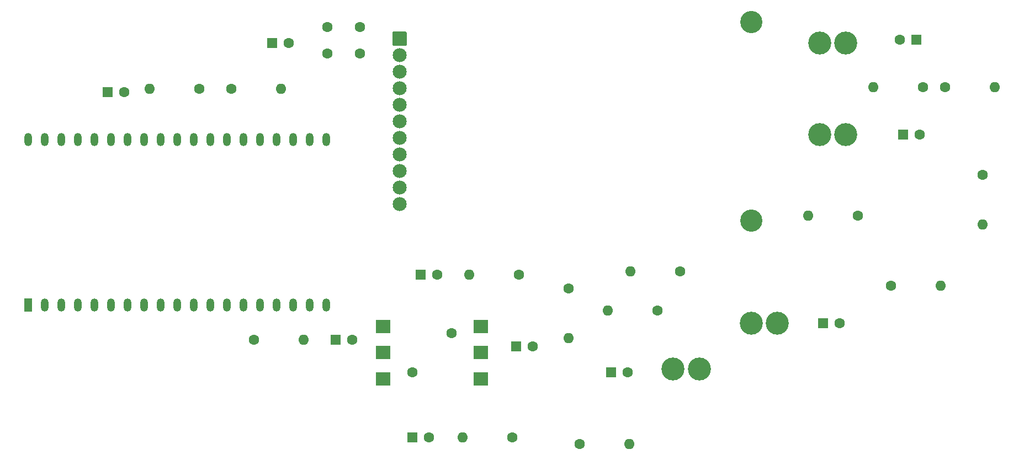
<source format=gbr>
%TF.GenerationSoftware,KiCad,Pcbnew,8.0.6*%
%TF.CreationDate,2025-08-25T15:55:59+12:00*%
%TF.ProjectId,ByteBoyV2,42797465-426f-4795-9632-2e6b69636164,v2*%
%TF.SameCoordinates,Original*%
%TF.FileFunction,Soldermask,Top*%
%TF.FilePolarity,Negative*%
%FSLAX46Y46*%
G04 Gerber Fmt 4.6, Leading zero omitted, Abs format (unit mm)*
G04 Created by KiCad (PCBNEW 8.0.6) date 2025-08-25 15:55:59*
%MOMM*%
%LPD*%
G01*
G04 APERTURE LIST*
G04 Aperture macros list*
%AMRoundRect*
0 Rectangle with rounded corners*
0 $1 Rounding radius*
0 $2 $3 $4 $5 $6 $7 $8 $9 X,Y pos of 4 corners*
0 Add a 4 corners polygon primitive as box body*
4,1,4,$2,$3,$4,$5,$6,$7,$8,$9,$2,$3,0*
0 Add four circle primitives for the rounded corners*
1,1,$1+$1,$2,$3*
1,1,$1+$1,$4,$5*
1,1,$1+$1,$6,$7*
1,1,$1+$1,$8,$9*
0 Add four rect primitives between the rounded corners*
20,1,$1+$1,$2,$3,$4,$5,0*
20,1,$1+$1,$4,$5,$6,$7,0*
20,1,$1+$1,$6,$7,$8,$9,0*
20,1,$1+$1,$8,$9,$2,$3,0*%
G04 Aperture macros list end*
%ADD10O,1.200000X2.000000*%
%ADD11R,1.200000X2.000000*%
%ADD12RoundRect,0.102000X1.000000X0.950000X-1.000000X0.950000X-1.000000X-0.950000X1.000000X-0.950000X0*%
%ADD13C,1.600000*%
%ADD14C,3.524000*%
%ADD15O,1.600000X1.600000*%
%ADD16RoundRect,0.102000X-0.965200X0.965200X-0.965200X-0.965200X0.965200X-0.965200X0.965200X0.965200X0*%
%ADD17C,2.134400*%
%ADD18C,3.404000*%
%ADD19RoundRect,0.102000X-0.700000X-0.700000X0.700000X-0.700000X0.700000X0.700000X-0.700000X0.700000X0*%
%ADD20C,1.604000*%
%ADD21RoundRect,0.102000X0.700000X0.700000X-0.700000X0.700000X-0.700000X-0.700000X0.700000X-0.700000X0*%
G04 APERTURE END LIST*
D10*
%TO.C,U2*%
X85596560Y-75300000D03*
X88136560Y-75300000D03*
X90676560Y-75300000D03*
X93216560Y-75300000D03*
X95756560Y-75300000D03*
X98296560Y-75300000D03*
X100836560Y-75300000D03*
X103376560Y-75300000D03*
X105916560Y-75300000D03*
X108456560Y-75300000D03*
X110996560Y-75300000D03*
X113536560Y-75300000D03*
X116076560Y-75300000D03*
X118616560Y-75300000D03*
X121156560Y-75300000D03*
X123696560Y-75300000D03*
X126236560Y-75300000D03*
X128773840Y-75303680D03*
X131313840Y-75303680D03*
X131316560Y-100700000D03*
X128776560Y-100700000D03*
X126236560Y-100700000D03*
X123696560Y-100700000D03*
X121156560Y-100700000D03*
X118616560Y-100700000D03*
X116076560Y-100700000D03*
X113536560Y-100700000D03*
X110996560Y-100700000D03*
X108456560Y-100700000D03*
X105916560Y-100700000D03*
X103376560Y-100700000D03*
X100836560Y-100700000D03*
X98296560Y-100700000D03*
X95756560Y-100700000D03*
X93216560Y-100700000D03*
X90676560Y-100700000D03*
X88136560Y-100700000D03*
D11*
X85596560Y-100700000D03*
%TD*%
D12*
%TO.C,Joystick*%
X155000000Y-112000000D03*
X155000000Y-108000000D03*
X155000000Y-104000000D03*
X140000000Y-112000000D03*
X140000000Y-108000000D03*
X140000000Y-104000000D03*
D13*
X144500000Y-111000000D03*
X150500000Y-105000000D03*
%TD*%
D14*
%TO.C,Select_Button*%
X207000000Y-74500000D03*
X211000000Y-74500000D03*
%TD*%
%TO.C,Start_Button*%
X207000000Y-60500000D03*
X211000000Y-60500000D03*
%TD*%
%TO.C,B_Button*%
X184500000Y-110500000D03*
X188500000Y-110500000D03*
%TD*%
%TO.C,A_Button*%
X196500000Y-103500000D03*
X200500000Y-103500000D03*
%TD*%
D15*
%TO.C,R14*%
X124310000Y-67500000D03*
D13*
X116690000Y-67500000D03*
%TD*%
%TO.C,R13*%
X212810000Y-87000000D03*
D15*
X205190000Y-87000000D03*
%TD*%
D13*
%TO.C,R12*%
X182060000Y-101500000D03*
D15*
X174440000Y-101500000D03*
%TD*%
D13*
%TO.C,R11*%
X222810000Y-67250000D03*
D15*
X215190000Y-67250000D03*
%TD*%
D13*
%TO.C,R10*%
X185560000Y-95500000D03*
D15*
X177940000Y-95500000D03*
%TD*%
D13*
%TO.C,R9*%
X111810000Y-67500000D03*
D15*
X104190000Y-67500000D03*
%TD*%
D13*
%TO.C,R8*%
X159810000Y-121000000D03*
D15*
X152190000Y-121000000D03*
%TD*%
D13*
%TO.C,R7*%
X160810000Y-96000000D03*
D15*
X153190000Y-96000000D03*
%TD*%
D13*
%TO.C,R6*%
X120190000Y-106000000D03*
D15*
X127810000Y-106000000D03*
%TD*%
%TO.C,R5*%
X168500000Y-105810000D03*
D13*
X168500000Y-98190000D03*
%TD*%
%TO.C,R4*%
X232000000Y-80690000D03*
D15*
X232000000Y-88310000D03*
%TD*%
D13*
%TO.C,R3*%
X217940000Y-97750000D03*
D15*
X225560000Y-97750000D03*
%TD*%
D13*
%TO.C,R2*%
X226190000Y-67250000D03*
D15*
X233810000Y-67250000D03*
%TD*%
D13*
%TO.C,R1*%
X170190000Y-122000000D03*
D15*
X177810000Y-122000000D03*
%TD*%
D16*
%TO.C,Display*%
X142512500Y-59800000D03*
D17*
X142512500Y-62340000D03*
X142512500Y-64880000D03*
X142512500Y-67420000D03*
X142512500Y-69960000D03*
X142512500Y-72500000D03*
X142512500Y-75040000D03*
X142512500Y-77580000D03*
X142512500Y-80120000D03*
X142512500Y-82660000D03*
X142512500Y-85200000D03*
D18*
X196487500Y-57260000D03*
X196487500Y-87740000D03*
%TD*%
D19*
%TO.C,D10*%
X207460000Y-103500000D03*
D20*
X210000000Y-103500000D03*
%TD*%
D19*
%TO.C,D9*%
X219730000Y-74500000D03*
D20*
X222270000Y-74500000D03*
%TD*%
D21*
%TO.C,D8*%
X221770000Y-60000000D03*
D20*
X219230000Y-60000000D03*
%TD*%
D19*
%TO.C,D7*%
X175000000Y-111000000D03*
D20*
X177540000Y-111000000D03*
%TD*%
D19*
%TO.C,D6*%
X122960000Y-60500000D03*
D20*
X125500000Y-60500000D03*
%TD*%
D19*
%TO.C,D5*%
X97730000Y-68000000D03*
D20*
X100270000Y-68000000D03*
%TD*%
D19*
%TO.C,D4*%
X144460000Y-121000000D03*
D20*
X147000000Y-121000000D03*
%TD*%
%TO.C,D3*%
X135270000Y-106000000D03*
D19*
X132730000Y-106000000D03*
%TD*%
%TO.C,D2*%
X145730000Y-96000000D03*
D20*
X148270000Y-96000000D03*
%TD*%
%TO.C,D1*%
X163000000Y-107000000D03*
D19*
X160460000Y-107000000D03*
%TD*%
D13*
%TO.C,C2*%
X131500000Y-62050000D03*
X136500000Y-62050000D03*
%TD*%
%TO.C,C1*%
X131500000Y-58000000D03*
X136500000Y-58000000D03*
%TD*%
M02*

</source>
